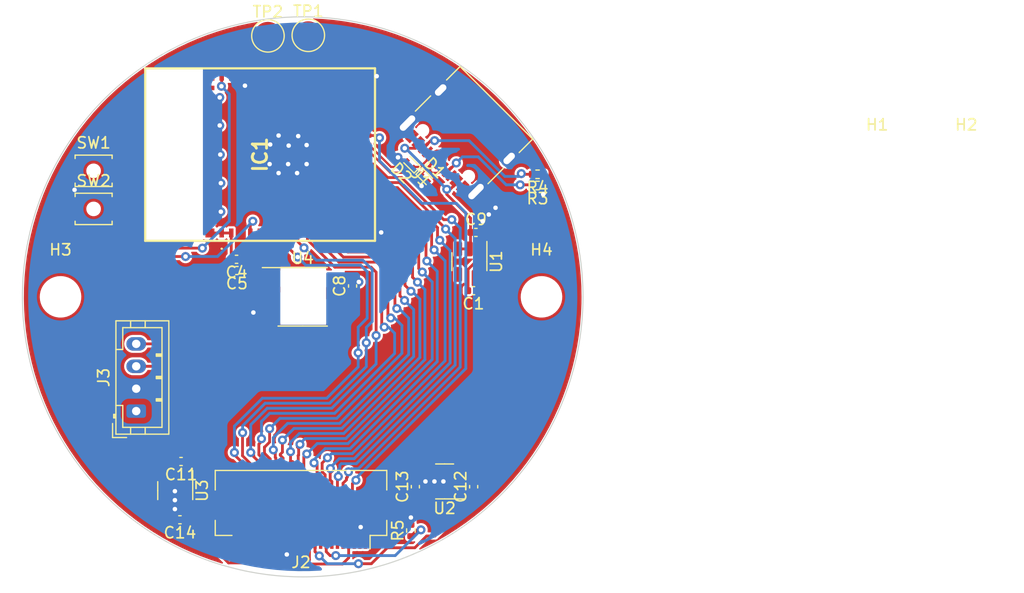
<source format=kicad_pcb>
(kicad_pcb (version 20211014) (generator pcbnew)
  (layers (0 "F.Cu" signal) (31 "B.Cu" signal) (34 "B.Paste" user) (35 "F.Paste" user) (36 "B.SilkS" user "B.Silkscreen") (37 "F.SilkS" user "F.Silkscreen") (38 "B.Mask" user) (39 "F.Mask" user) (44 "Edge.Cuts" user))
  (net 0 "")
  (net 1 "/MCU/IO47")
  (net 2 "+3.3V")
  (net 3 "GND")
  (net 4 "+5V")
  (net 5 "+1V5")
  (net 6 "+2V8")
  (net 7 "/MCU/D_N")
  (net 8 "/MCU/D_P")
  (net 9 "/MCU/RESET")
  (net 10 "/MCU/IO0")
  (net 11 "/Camera/RESET")
  (net 12 "/Camera/PWDN")
  (net 13 "/MCU/IO3")
  (net 14 "/Camera/SDA")
  (net 15 "/Camera/SCL")
  (net 16 "/Camera/VSYNC")
  (net 17 "/Camera/HREF")
  (net 18 "/Camera/Y2")
  (net 19 "/Camera/Y3")
  (net 20 "/Camera/Y4")
  (net 21 "/Camera/Y5")
  (net 22 "/Camera/Y6")
  (net 23 "/Camera/PCLK")
  (net 24 "/Camera/XCLK")
  (net 25 "/Camera/Y9")
  (net 26 "/Camera/Y8")
  (net 27 "/Camera/Y7")
  (net 28 "/MCU/IO35")
  (net 29 "/MCU/IO36")
  (net 30 "/MCU/IO37")
  (net 31 "/MCU/IO38")
  (net 32 "/MCU/IO39")
  (net 33 "/MCU/IO40")
  (net 34 "/MCU/IO41")
  (net 35 "/MCU/IO42")
  (net 36 "/MCU/IO45")
  (net 37 "/MCU/IO46")
  (net 38 "/MCU/CC1")
  (net 40 "/MCU/CC2")
  (net 45 "/MCU/TX0")
  (net 46 "/MCU/RX0")
  (net 50 "/MCU/IO48")
  (net 51 "/I2C_SCL")
  (net 52 "/I2C_SDA")
  (net 60 "/MCU/IO26")
  (net 61 "/MCU/IO33")
  (net 62 "/MCU/IO34")
  (net 63 "/MCU/IO1")
  (net 64 "/MCU/IO2")
  (footprint "MountingHole:MountingHole_3.2mm_M3" (layer "F.Cu") (at 110.75 37.65)
    (fp_text reference "H4")
    (fp_text value "MountingHole")
  )
  (footprint "Connector_USB:USB_C_Receptacle_XKB_U262-16XN-4BVC11" (layer "F.Cu") (at 104.05 23 135)
    (fp_text reference "J1")
    (fp_text value "USB_C_Receptacle_USB2.0")
  )
  (footprint "Resistor_SMD:R_0402_1005Metric" (layer "F.Cu") (at 99.1 58.51 90)
    (fp_text reference "R5")
    (fp_text value "10K")
  )
  (footprint "Capacitor_SMD:C_0402_1005Metric" (layer "F.Cu") (at 83.55 34.3 180)
    (fp_text reference "C4")
    (fp_text value "0.1uF")
  )
  (footprint "Capacitor_SMD:C_0402_1005Metric" (layer "F.Cu") (at 104.9 31.9)
    (fp_text reference "C9")
    (fp_text value "1uF")
  )
  (footprint "Capacitor_SMD:C_0402_1005Metric" (layer "F.Cu") (at 78.6 52.35 180)
    (fp_text reference "C11")
    (fp_text value "1uF")
  )
  (footprint "TestPoint:TestPoint_Pad_D2.5mm" (layer "F.Cu") (at 89.95 14.3)
    (fp_text reference "TP1")
    (fp_text value "TestPoint")
  )
  (footprint "Resistor_SMD:R_0402_1005Metric" (layer "F.Cu") (at 110.4 27.71 180)
    (fp_text reference "R3")
    (fp_text value "5.1K")
  )
  (footprint "Capacitor_SMD:C_0402_1005Metric" (layer "F.Cu") (at 99.5 54.6 90)
    (fp_text reference "C13")
    (fp_text value "1uF")
  )
  (footprint "Button_Switch_SMD:SW_SPST_B3U-1000P-B" (layer "F.Cu") (at 70.8 29.8)
    (fp_text reference "SW2")
    (fp_text value "SW_SPST")
  )
  (footprint "Connector_FFC-FPC:Hirose_FH12-24S-0.5SH_1x24-1MP_P0.50mm_Horizontal" (layer "F.Cu") (at 89.3 57.65 180)
    (fp_text reference "J2")
    (fp_text value "Conn_01x24_Female")
  )
  (footprint "Package_TO_SOT_SMD:SOT-23-5" (layer "F.Cu") (at 102.11 54.13 180)
    (fp_text reference "U2")
    (fp_text value "TLV713185PDBV")
  )
  (footprint "Package_SO:TSSOP-14_4.4x5mm_P0.65mm" (layer "F.Cu") (at 89.45 37.65)
    (fp_text reference "U4")
    (fp_text value "AS5048B")
  )
  (footprint "MountingHole:MountingHole_3.2mm_M3" (layer "F.Cu") (at 140.69 26.49)
    (fp_text reference "H1")
    (fp_text value "MountingHole")
  )
  (footprint "Capacitor_SMD:C_0402_1005Metric" (layer "F.Cu") (at 104.68 37.1 180)
    (fp_text reference "C1")
    (fp_text value "1uF")
  )
  (footprint "Capacitor_SMD:C_0402_1005Metric" (layer "F.Cu") (at 93.9 36.68 90)
    (fp_text reference "C8")
    (fp_text value "1uF")
  )
  (footprint "Capacitor_SMD:C_0402_1005Metric" (layer "F.Cu") (at 83.58 35.3 180)
    (fp_text reference "C5")
    (fp_text value "1uF")
  )
  (footprint "Connector_JST:JST_PH_B4B-PH-K_1x04_P2.00mm_Vertical" (layer "F.Cu") (at 74.6 47.85 90)
    (fp_text reference "J3")
    (fp_text value "I2C ENCODER")
  )
  (footprint "Resistor_SMD:R_0402_1005Metric" (layer "F.Cu") (at 110.4 26.71 180)
    (fp_text reference "R4")
    (fp_text value "5.1K")
  )
  (footprint "Package_TO_SOT_SMD:SOT-23-5" (layer "F.Cu") (at 78.08 54.95 -90)
    (fp_text reference "U3")
    (fp_text value "MIC5504-2.8YM5")
  )
  (footprint "Capacitor_SMD:C_0402_1005Metric" (layer "F.Cu") (at 78.5 57.55 180)
    (fp_text reference "C14")
    (fp_text value "1uF")
  )
  (footprint "Capacitor_SMD:C_0402_1005Metric" (layer "F.Cu") (at 104.7 54.6 90)
    (fp_text reference "C12")
    (fp_text value "1uF")
  )
  (footprint "Button_Switch_SMD:SW_SPST_B3U-1000P-B" (layer "F.Cu") (at 70.8 26.4)
    (fp_text reference "SW1")
    (fp_text value "SW_SPST")
  )
  (footprint "Package_TO_SOT_SMD:TSOT-23-5" (layer "F.Cu") (at 104.32 34.51 -90)
    (fp_text reference "U1")
    (fp_text value "ADP7182AUJZ-3.3")
  )
  (footprint "Diode_SMD:D_SOD-923" (layer "F.Cu") (at 99.103015 25.753015 135)
    (fp_text reference "D2")
    (fp_text value "SZESD9B5.0ST5G")
  )
  (footprint "Diode_SMD:D_SOD-923" (layer "F.Cu") (at 100.396985 26.996985 -45)
    (fp_text reference "D1")
    (fp_text value "SZESD9B5.0ST5G")
  )
  (footprint "MountingHole:MountingHole_3.2mm_M3" (layer "F.Cu") (at 148.64 26.49)
    (fp_text reference "H2")
    (fp_text value "MountingHole")
  )
  (footprint "TestPoint:TestPoint_Pad_D2.5mm" (layer "F.Cu") (at 86.35 14.35)
    (fp_text reference "TP2")
    (fp_text value "TestPoint")
  )
  (footprint "ESP32-s3-wroom-mini:ESP32S3MINI1N8" (layer "F.Cu") (at 85.65 24.95 90)
    (fp_text reference "IC1")
    (fp_text value "ESP32-S3-MINI-1-N8" hide)
  )
  (footprint "MountingHole:MountingHole_3.2mm_M3" (layer "F.Cu") (at 67.85 37.65)
    (fp_text reference "H3")
    (fp_text value "MountingHole")
  )
  (gr_circle (center 89.45 37.65) (end 114.45 37.65) (layer "Edge.Cuts") (width 0.1) (fill none))
  (segment (start 84.06 34.33) (end 84.03 34.3) (width 0.25) (layer "F.Cu") (net 2))
  (segment (start 83.925 32.675) (end 83.925 31.95) (width 0.25) (layer "F.Cu") (net 2))
  (segment (start 84.06 35.3) (end 84.06 34.33) (width 0.25) (layer "F.Cu") (net 2))
  (segment (start 84.03 34.3) (end 84.03 32.78) (width 0.25) (layer "F.Cu") (net 2))
  (segment (start 84.03 32.78) (end 83.925 32.675) (width 0.25) (layer "F.Cu") (net 2))
  (segment (start 92.3125 37) (end 92.3125 37.65) (width 0.25) (layer "F.Cu") (net 2))
  (segment (start 83.925 17.95) (end 84.3 17.95) (width 0.25) (layer "F.Cu") (net 3))
  (segment (start 104.65 54.2) (end 102.07 54.2) (width 0.25) (layer "F.Cu") (net 3))
  (segment (start 78.02 57.55) (end 78.02 56.63) (width 0.25) (layer "F.Cu") (net 3))
  (segment (start 110.91 27.71) (end 110.91 28.49) (width 0.25) (layer "F.Cu") (net 3))
  (segment (start 81.175 30.05) (end 82.15 30.05) (width 0.25) (layer "F.Cu") (net 3))
  (segment (start 88.175 24.175) (end 88.2 24.15) (width 0.25) (layer "F.Cu") (net 3))
  (segment (start 95.175 31.95) (end 96.4 31.95) (width 0.25) (layer "F.Cu") (net 3))
  (segment (start 86.525 25.775) (end 86.5 25.8) (width 0.25) (layer "F.Cu") (net 3))
  (segment (start 84.3 17.95) (end 84.3 18.8) (width 0.25) (layer "F.Cu") (net 3))
  (segment (start 92.3125 36.35) (end 93.75 36.35) (width 0.25) (layer "F.Cu") (net 3))
  (segment (start 89.825 23.3) (end 89.05 23.3) (width 0.25) (layer "F.Cu") (net 3))
  (segment (start 104.622757 27.96389) (end 104.909135 28.250268) (width 0.25) (layer "F.Cu") (net 3))
  (segment (start 110.91 26.71) (end 110.91 27.71) (width 0.25) (layer "F.Cu") (net 3))
  (segment (start 88.175 25.775) (end 88.15 25.8) (width 0.25) (layer "F.Cu") (net 3))
  (segment (start 105.27 34.13) (end 105.27 33.3725) (width 0.25) (layer "F.Cu") (net 3))
  (segment (start 86.5875 37.65) (end 85.898959 37.65) (width 0.25) (layer "F.Cu") (net 3))
  (segment (start 87.35 23.3) (end 87.3 23.25) (width 0.25) (layer "F.Cu") (net 3))
  (segment (start 84.3 17.95) (end 84.775 17.95) (width 0.25) (layer "F.Cu") (net 3))
  (segment (start 81.175 24.95) (end 82.1 24.95) (width 0.25) (layer "F.Cu") (net 3))
  (segment (start 99.45 54.1) (end 100.37 54.1) (width 0.25) (layer "F.Cu") (net 3))
  (segment (start 89.825 24.95) (end 89.825 25.775) (width 0.25) (layer "F.Cu") (net 3))
  (segment (start 81.175 27.5) (end 82.15 27.5) (width 0.25) (layer "F.Cu") (net 3))
  (segment (start 83.07 35.27) (end 83.1 35.3) (width 0.25) (layer "F.Cu") (net 3))
  (segment (start 94.55 59.5) (end 94.55 58.277086) (width 0.25) (layer "F.Cu") (net 3))
  (segment (start 104.2 35.2) (end 105.27 34.13) (width 0.25) (layer "F.Cu") (net 3))
  (segment (start 89.825 24.95) (end 89.825 24.125) (width 0.25) (layer "F.Cu") (net 3))
  (segment (start 105.27 32.01) (end 105.38 31.9) (width 0.25) (layer "F.Cu") (net 3))
  (segment (start 105.5 30.9) (end 105.5 30.85) (width 0.25) (layer "F.Cu") (net 3))
  (segment (start 93.9 36.2) (end 94.340766 36.2) (width 0.25) (layer "F.Cu") (net 3))
  (segment (start 98.80603 25.45603) (end 98.20603 25.45603) (width 0.25) (layer "F.Cu") (net 3))
  (segment (start 100.37 54.1) (end 100.4 54.13) (width 0.25) (layer "F.Cu") (net 3))
  (segment (start 100.50603 27.29397) (end 100.05 27.75) (width 0.25) (layer "F.Cu") (net 3))
  (segment (start 106.05 30.3) (end 106.65 29.7) (width 0.25) (layer "F.Cu") (net 3))
  (segment (start 88.175 23.3) (end 87.35 23.3) (width 0.25) (layer "F.Cu") (net 3))
  (segment (start 94.340766 36.2) (end 94.459218 36.318452) (width 0.25) (layer "F.Cu") (net 3))
  (segment (start 105.5 30.85) (end 106.05 30.3) (width 0.25) (layer "F.Cu") (net 3))
  (segment (start 85.05 38.498959) (end 85.05 39.05) (width 0.25) (layer "F.Cu") (net 3))
  (segment (start 88.05 60.63136) (end 88.032544 60.648816) (width 0.25) (layer "F.Cu") (net 3))
  (segment (start 100.69397 27.29397) (end 100.50603 27.29397) (width 0.25) (layer "F.Cu") (net 3))
  (segment (start 89.825 24.125) (end 89.8 24.1) (width 0.25) (layer "F.Cu") (net 3))
  (segment (start 110.91 28.49) (end 110.9 28.5) (width 0.25) (layer "F.Cu") (net 3))
  (segment (start 81.175 19.85) (end 82.05 19.85) (width 0.25) (layer "F.Cu") (net 3))
  (segment (start 105.38 31.02) (end 105.5 30.9) (width 0.25) (layer "F.Cu") (net 3))
  (segment (start 99.1 58) (end 99.1 57.35) (width 0.25) (layer "F.Cu") (net 3))
  (segment (start 99.08611 22.427243) (end 98.799732 22.140865) (width 0.25) (layer "F.Cu") (net 3))
  (segment (start 78.12 52.35) (end 78.12 54.93) (width 0.25) (layer "F.Cu") (net 3))
  (segment (start 86.525 26.6) (end 87.3 26.6) (width 0.25) (layer "F.Cu") (net 3))
  (segment (start 83.075 31.95) (end 83.075 34.295) (width 0.25) (layer "F.Cu") (net 3))
  (segment (start 98.20603 25.45603) (end 97.95 25.2) (width 0.25) (layer "F.Cu") (net 3))
  (segment (start 78.02 56.63) (end 78.05 56.6) (width 0.25) (layer "F.Cu") (net 3))
  (segment (start 105.27 33.3725) (end 105.27 32.01) (width 0.25) (layer "F.Cu") (net 3))
  (segment (start 78.05 56.6) (end 78.05 55.8) (width 0.25) (layer "F.Cu") (net 3))
  (segment (start 104.2 37.1) (end 104.2 35.2) (width 0.25) (layer "F.Cu") (net 3))
  (segment (start 95.175 17.95) (end 96.05 17.95) (width 0.25) (layer "F.Cu") (net 3))
  (segment (start 100.4 54.13) (end 101.2 54.13) (width 0.25) (layer "F.Cu") (net 3))
  (segment (start 86.525 23.3) (end 86.525 24.025) (width 0.25) (layer "F.Cu") (net 3))
  (segment (start 69.1 26.4) (end 69.1 28.1) (width 0.25) (layer "F.Cu") (net 3))
  (segment (start 86.525 24.95) (end 86.525 25.775) (width 0.25) (layer "F.Cu") (net 3))
  (segment (start 81.175 31.95) (end 83.075 31.95) (width 0.25) (layer "F.Cu") (net 3))
  (segment (start 78.05 55.8) (end 78.05 55) (width 0.25) (layer "F.Cu") (net 3))
  (segment (start 105.38 31.9) (end 105.38 31.02) (width 0.25) (layer "F.Cu") (net 3))
  (segment (start 69.1 29.8) (end 69.1 28.1) (width 0.25) (layer "F.Cu") (net 3))
  (segment (start 88.175 24.95) (end 88.175 24.175) (width 0.25) (layer "F.Cu") (net 3))
  (segment (start 86.525 24.025) (end 86.55 24.05) (width 0.25) (layer "F.Cu") (net 3))
  (segment (start 102.07 54.2) (end 102 54.13) (width 0.25) (layer "F.Cu") (net 3))
  (segment (start 85.898959 37.65) (end 85.05 38.498959) (width 0.25) (layer "F.Cu") (net 3))
  (segment (start 94.55 58.277086) (end 94.621886 58.2052) (width 0.25) (layer "F.Cu") (net 3))
  (segment (start 83.075 34.295) (end 83.07 34.3) (width 0.25) (layer "F.Cu") (net 3))
  (segment (start 81.175 17.95) (end 81.175 31.95) (width 0.25) (layer "F.Cu") (net 3))
  (segment (start 88.05 59.5) (end 88.05 60.63136) (width 0.25) (layer "F.Cu") (net 3))
  (segment (start 96.4 31.95) (end 96.45 31.9) (width 0.25) (layer "F.Cu") (net 3))
  (segment (start 82 22.4) (end 82.05 22.35) (width 0.25) (layer "F.Cu") (net 3))
  (segment (start 81.175 22.4) (end 82 22.4) (width 0.25) (layer "F.Cu") (net 3))
  (segment (start 99.08611 23.226274) (end 99.08611 22.427243) (width 0.25) (layer "F.Cu") (net 3))
  (segment (start 89.825 25.775) (end 89.8 25.8) (width 0.25) (layer "F.Cu") (net 3))
  (segment (start 93.75 36.35) (end 93.9 36.2) (width 0.25) (layer "F.Cu") (net 3))
  (segment (start 101.2 54.13) (end 102 54.13) (width 0.25) (layer "F.Cu") (net 3))
  (segment (start 103.823726 27.96389) (end 104.622757 27.96389) (width 0.25) (layer "F.Cu") (net 3))
  (segment (start 88.175 24.95) (end 88.175 25.775) (width 0.25) (layer "F.Cu") (net 3))
  (segment (start 78.12 54.93) (end 78.05 55) (width 0.25) (layer "F.Cu") (net 3))
  (segment (start 88.175 26.6) (end 88.95 26.6) (width 0.25) (layer "F.Cu") (net 3))
  (segment (start 83.07 34.3) (end 83.07 35.27) (width 0.25) (layer "F.Cu") (net 3))
  (via (at 82.05 22.35) (size 0.8) (drill 0.4) (layers "F.Cu" "B.Cu") (net 3))
  (via (at 69.1 28.1) (size 0.8) (drill 0.4) (layers "F.Cu" "B.Cu") (net 3))
  (via (at 96.05 17.95) (size 0.8) (drill 0.4) (layers "F.Cu" "B.Cu") (net 3))
  (via (at 88.2 24.15) (size 0.8) (drill 0.4) (layers "F.Cu" "B.Cu") (net 3))
  (via (at 100.05 27.75) (size 0.8) (drill 0.4) (layers "F.Cu" "B.Cu") (net 3))
  (via (at 88.15 25.8) (size 0.8) (drill 0.4) (layers "F.Cu" "B.Cu") (net 3))
  (via (at 94.459218 36.318452) (size 0.8) (drill 0.4) (layers "F.Cu" "B.Cu") (net 3))
  (via (at 87.3 26.6) (size 0.8) (drill 0.4) (layers "F.Cu" "B.Cu") (net 3))
  (via (at 89.8 25.8) (size 0.8) (drill 0.4) (layers "F.Cu" "B.Cu") (net 3))
  (via (at 100.4 54.13) (size 0.8) (drill 0.4) (layers "F.Cu" "B.Cu") (net 3))
  (via (at 102 54.13) (size 0.8) (drill 0.4) (layers "F.Cu" "B.Cu") (net 3))
  (via (at 78.05 55) (size 0.8) (drill 0.4) (layers "F.Cu" "B.Cu") (net 3))
  (via (at 89.8 24.1) (size 0.8) (drill 0.4) (layers "F.Cu" "B.Cu") (net 3))
  (via (at 87.3 23.25) (size 0.8) (drill 0.4) (layers "F.Cu" "B.Cu") (net 3))
  (via (at 105.5 30.9) (size 0.8) (drill 0.4) (layers "F.Cu" "B.Cu") (net 3))
  (via (at 84.3 18.8) (size 0.8) (drill 0.4) (layers "F.Cu" "B.Cu") (net 3))
  (via (at 88.95 26.6) (size 0.8) (drill 0.4) (layers "F.Cu" "B.Cu") (net 3))
  (via (at 99.1 57.35) (size 0.8) (drill 0.4) (layers "F.Cu" "B.Cu") (net 3))
  (via (at 85.05 39.05) (size 0.8) (drill 0.4) (layers "F.Cu" "B.Cu") (net 3))
  (via (at 106.05 30.3) (size 0.8) (drill 0.4) (layers "F.Cu" "B.Cu") (net 3))
  (via (at 89.05 23.3) (size 0.8) (drill 0.4) (layers "F.Cu" "B.Cu") (net 3))
  (via (at 82.15 30.05) (size 0.8) (drill 0.4) (layers "F.Cu" "B.Cu") (net 3))
  (via (at 82.1 24.95) (size 0.8) (drill 0.4) (layers "F.Cu" "B.Cu") (net 3))
  (via (at 101.2 54.13) (size 0.8) (drill 0.4) (layers "F.Cu" "B.Cu") (net 3))
  (via (at 82.15 27.5) (size 0.8) (drill 0.4) (layers "F.Cu" "B.Cu") (net 3))
  (via (at 106.65 29.7) (size 0.8) (drill 0.4) (layers "F.Cu" "B.Cu") (net 3))
  (via (at 96.45 31.9) (size 0.8) (drill 0.4) (layers "F.Cu" "B.Cu") (net 3))
  (via (at 97.95 25.2) (size 0.8) (drill 0.4) (layers "F.Cu" "B.Cu") (net 3))
  (via (at 86.5 25.8) (size 0.8) (drill 0.4) (layers "F.Cu" "B.Cu") (net 3))
  (via (at 78.05 56.6) (size 0.8) (drill 0.4) (layers "F.Cu" "B.Cu") (net 3))
  (via (at 78.05 55.8) (size 0.8) (drill 0.4) (layers "F.Cu" "B.Cu") (net 3))
  (via (at 88.032544 60.648816) (size 0.8) (drill 0.4) (layers "F.Cu" "B.Cu") (net 3))
  (via (at 110.9 28.5) (size 0.8) (drill 0.4) (layers "F.Cu" "B.Cu") (net 3))
  (via (at 82.05 19.85) (size 0.8) (drill 0.4) (layers "F.Cu" "B.Cu") (net 3))
  (via (at 86.55 24.05) (size 0.8) (drill 0.4) (layers "F.Cu" "B.Cu") (net 3))
  (via (at 94.621886 58.2052) (size 0.8) (drill 0.4) (layers "F.Cu" "B.Cu") (net 3))
  (segment (start 102.3 28.05) (end 102.606244 28.05) (width 0.25) (layer "F.Cu") (net 4))
  (segment (start 104.42 31.9) (end 104.42 33.2725) (width 0.25) (layer "F.Cu") (net 4))
  (segment (start 99.863928 24.004092) (end 99.485239 24.382781) (width 0.25) (layer "F.Cu") (net 4))
  (segment (start 102.606244 28.05) (end 103.25804 27.398204) (width 0.25) (layer "F.Cu") (net 4))
  (segment (start 99.485239 24.382781) (end 98.55246 24.382781) (width 0.25) (layer "F.Cu") (net 4))
  (segment (start 104.42 33.2725) (end 104.32 33.3725) (width 0.25) (layer "F.Cu") (net 4))
  (segment (start 104.42 30.62) (end 104.42 31.9) (width 0.25) (layer "F.Cu") (net 4))
  (segment (start 102.3 28.5) (end 104.42 30.62) (width 0.25) (layer "F.Cu") (net 4))
  (segment (start 102.3 28.05) (end 102.3 28.5) (width 0.25) (layer "F.Cu") (net 4))
  (segment (start 103.37 33.3725) (end 104.32 33.3725) (width 0.25) (layer "F.Cu") (net 4))
  (via (at 102.3 28.05) (size 0.8) (drill 0.4) (layers "F.Cu" "B.Cu") (net 4))
  (via (at 98.55246 24.382781) (size 0.8) (drill 0.4) (layers "F.Cu" "B.Cu") (net 4))
  (segment (start 98.632781 24.382781) (end 98.55246 24.382781) (width 0.25) (layer "B.Cu") (net 4))
  (segment (start 102.3 28.05) (end 98.632781 24.382781) (width 0.25) (layer "B.Cu") (net 4))
  (segment (start 102.35 56.4) (end 102.35 57.9) (width 0.25) (layer "F.Cu") (net 5))
  (segment (start 95.575998 61.474002) (end 94.423859 61.474002) (width 0.25) (layer "F.Cu") (net 5))
  (segment (start 101.03 55.08) (end 102.35 56.4) (width 0.25) (layer "F.Cu") (net 5))
  (segment (start 99.453255 60.05) (end 97 60.05) (width 0.25) (layer "F.Cu") (net 5))
  (segment (start 100.9725 55.08) (end 101.03 55.08) (width 0.25) (layer "F.Cu") (net 5))
  (segment (start 102.35 57.9) (end 101.25 59) (width 0.25) (layer "F.Cu") (net 5))
  (segment (start 90.55 60.39562) (end 90.931211 60.776831) (width 0.25) (layer "F.Cu") (net 5))
  (segment (start 100.503255 59) (end 99.453255 60.05) (width 0.25) (layer "F.Cu") (net 5))
  (segment (start 99.5 55.08) (end 100.9725 55.08) (width 0.25) (layer "F.Cu") (net 5))
  (segment (start 101.25 59) (end 100.503255 59) (width 0.25) (layer "F.Cu") (net 5))
  (segment (start 90.55 59.5) (end 90.55 60.39562) (width 0.25) (layer "F.Cu") (net 5))
  (segment (start 97 60.05) (end 95.575998 61.474002) (width 0.25) (layer "F.Cu") (net 5))
  (via (at 94.423859 61.474002) (size 0.8) (drill 0.4) (layers "F.Cu" "B.Cu") (net 5))
  (via (at 90.931211 60.776831) (size 0.8) (drill 0.4) (layers "F.Cu" "B.Cu") (net 5))
  (segment (start 90.931211 60.776831) (end 91.628382 61.474002) (width 0.25) (layer "B.Cu") (net 5))
  (segment (start 91.628382 61.474002) (end 94.423859 61.474002) (width 0.25) (layer "B.Cu") (net 5))
  (segment (start 79.03 57.5) (end 78.98 57.55) (width 0.25) (layer "F.Cu") (net 6))
  (segment (start 82.83 61.4) (end 89.8 61.4) (width 0.25) (layer "F.Cu") (net 6))
  (segment (start 90.05 61.15) (end 90.05 59.5) (width 0.25) (layer "F.Cu") (net 6))
  (segment (start 79.03 56.0875) (end 79.03 57.5) (width 0.25) (layer "F.Cu") (net 6))
  (segment (start 89.901331 61.501331) (end 92.998669 61.501331) (width 0.25) (layer "F.Cu") (net 6))
  (segment (start 78.98 57.55) (end 82.83 61.4) (width 0.25) (layer "F.Cu") (net 6))
  (segment (start 93.55 60.95) (end 93.55 59.5) (width 0.25) (layer "F.Cu") (net 6))
  (segment (start 92.998669 61.501331) (end 93.55 60.95) (width 0.25) (layer "F.Cu") (net 6))
  (segment (start 89.8 61.4) (end 89.901331 61.501331) (width 0.25) (layer "F.Cu") (net 6))
  (segment (start 89.8 61.4) (end 90.05 61.15) (width 0.25) (layer "F.Cu") (net 6))
  (segment (start 100.819043 25.877403) (end 100.819043 26.419043) (width 0.2) (layer "F.Cu") (net 7))
  (segment (start 100.825 26.425) (end 100.984511 26.584511) (width 0.2) (layer "F.Cu") (net 7))
  (segment (start 100.819043 26.419043) (end 100.825 26.425) (width 0.2) (layer "F.Cu") (net 7))
  (segment (start 101.526149 26.584511) (end 101.985248 26.125412) (width 0.2) (layer "F.Cu") (net 7))
  (segment (start 101.278141 25.418305) (end 100.819043 25.877403) (width 0.2) (layer "F.Cu") (net 7))
  (segment (start 95.65387 24.95) (end 97.27659 26.57272) (width 0.2) (layer "F.Cu") (net 7))
  (segment (start 101.278141 25.418305) (end 100.548223 26.148223) (width 0.2) (layer "F.Cu") (net 7))
  (segment (start 100.1 26.596446) (end 100.1 26.7) (width 0.2) (layer "F.Cu") (net 7))
  (segment (start 100.984511 26.584511) (end 101.526149 26.584511) (width 0.2) (layer "F.Cu") (net 7))
  (segment (start 100.548223 26.148223) (end 100.1 26.596446) (width 0.2) (layer "F.Cu") (net 7))
  (segment (start 97.27659 26.57272) (end 99.97272 26.57272) (width 0.2) (layer "F.Cu") (net 7))
  (segment (start 99.97272 26.57272) (end 100.1 26.7) (width 0.2) (layer "F.Cu") (net 7))
  (segment (start 95.175 24.95) (end 95.65387 24.95) (width 0.2) (layer "F.Cu") (net 7))
  (segment (start 101.383687 24.605653) (end 101.702925 24.605653) (width 0.2) (layer "F.Cu") (net 8))
  (segment (start 100.924588 25.064752) (end 99.93934 26.05) (width 0.2) (layer "F.Cu") (net 8))
  (segment (start 101.702925 24.605653) (end 102.090793 24.993521) (width 0.2) (layer "F.Cu") (net 8))
  (segment (start 95.175 24.1) (end 95.375 24.1) (width 0.2) (layer "F.Cu") (net 8))
  (segment (start 95.375 24.1) (end 97.325 26.05) (width 0.2) (layer "F.Cu") (net 8))
  (segment (start 100.924588 25.064752) (end 100.924588 25.023311) (width 0.2) (layer "F.Cu") (net 8))
  (segment (start 97.325 26.05) (end 99.4 26.05) (width 0.2) (layer "F.Cu") (net 8))
  (segment (start 102.090793 25.312761) (end 101.631695 25.771859) (width 0.2) (layer "F.Cu") (net 8))
  (segment (start 100.924588 25.064752) (end 101.383687 24.605653) (width 0.2) (layer "F.Cu") (net 8))
  (segment (start 102.090793 24.993521) (end 102.090793 25.312761) (width 0.2) (layer "F.Cu") (net 8))
  (segment (start 99.93934 26.05) (end 99.4 26.05) (width 0.2) (layer "F.Cu") (net 8))
  (segment (start 73.65 26.4) (end 74.05 26.8) (width 0.25) (layer "F.Cu") (net 9))
  (segment (start 72.5 26.4) (end 73.65 26.4) (width 0.25) (layer "F.Cu") (net 9))
  (segment (start 82.225 18.825) (end 82.2 18.85) (width 0.25) (layer "F.Cu") (net 9))
  (segment (start 82.225 17.95) (end 82.225 18.825) (width 0.25) (layer "F.Cu") (net 9))
  (segment (start 75.4 33.3) (end 80.5 33.3) (width 0.25) (layer "F.Cu") (net 9))
  (segment (start 74.05 26.8) (end 75.05 27.8) (width 0.25) (layer "F.Cu") (net 9))
  (segment (start 75.05 32.95) (end 75.4 33.3) (width 0.25) (layer "F.Cu") (net 9))
  (segment (start 75.05 27.8) (end 75.05 32.95) (width 0.25) (layer "F.Cu") (net 9))
  (via (at 82.2 18.85) (size 0.8) (drill 0.4) (layers "F.Cu" "B.Cu") (net 9))
  (via (at 80.5 33.3) (size 0.8) (drill 0.4) (layers "F.Cu" "B.Cu") (net 9))
  (segment (start 82.9 30.9) (end 82.9 19.55) (width 0.25) (layer "B.Cu") (net 9))
  (segment (start 82.9 19.55) (end 82.2 18.85) (width 0.25) (layer "B.Cu") (net 9))
  (segment (start 80.5 33.3) (end 82.9 30.9) (width 0.25) (layer "B.Cu") (net 9))
  (segment (start 84.775 31.95) (end 84.775 31.125) (width 0.25) (layer "F.Cu") (net 10))
  (segment (start 74.55 33.55) (end 74.5 33.6) (width 0.25) (layer "F.Cu") (net 10))
  (segment (start 74.95 34.05) (end 79 34.05) (width 0.25) (layer "F.Cu") (net 10))
  (segment (start 74.55 30.9) (end 74.55 33.55) (width 0.25) (layer "F.Cu") (net 10))
  (segment (start 84.775 31.125) (end 85 30.9) (width 0.25) (layer "F.Cu") (net 10))
  (segment (start 73.45 29.8) (end 74.55 30.9) (width 0.25) (layer "F.Cu") (net 10))
  (segment (start 74.5 33.6) (end 74.95 34.05) (width 0.25) (layer "F.Cu") (net 10))
  (segment (start 72.5 29.8) (end 73.45 29.8) (width 0.25) (layer "F.Cu") (net 10))
  (via (at 79 34.05) (size 0.8) (drill 0.4) (layers "F.Cu" "B.Cu") (net 10))
  (via (at 85 30.9) (size 0.8) (drill 0.4) (layers "F.Cu" "B.Cu") (net 10))
  (segment (start 79 34.05) (end 81.85 34.05) (width 0.25) (layer "B.Cu") (net 10))
  (segment (start 81.85 34.05) (end 85 30.9) (width 0.25) (layer "B.Cu") (net 10))
  (segment (start 95.175 26.65) (end 95.93569 26.65) (width 0.25) (layer "F.Cu") (net 11))
  (segment (start 102.2 31.56431) (end 102.2 31.6) (width 0.25) (layer "F.Cu") (net 11))
  (segment (start 92.55 59.5) (end 92.55 53.765538) (width 0.25) (layer "F.Cu") (net 11))
  (segment (start 96.73569 27.45) (end 98.08569 27.45) (width 0.25) (layer "F.Cu") (net 11))
  (segment (start 95.93569 26.65) (end 96.73569 27.45) (width 0.25) (layer "F.Cu") (net 11))
  (segment (start 98.08569 27.45) (end 102.2 31.56431) (width 0.25) (layer "F.Cu") (net 11))
  (segment (start 92.55 53.765538) (end 92.62621 53.689328) (width 0.25) (layer "F.Cu") (net 11))
  (via (at 92.62621 53.689328) (size 0.8) (drill 0.4) (layers "F.Cu" "B.Cu") (net 11))
  (via (at 102.2 31.6) (size 0.8) (drill 0.4) (layers "F.Cu" "B.Cu") (net 11))
  (segment (start 92.892965 52.547006) (end 92.760883 52.679088) (width 0.25) (layer "B.Cu") (net 11))
  (segment (start 92.634194 53.336049) (end 92.62621 53.344033) (width 0.25) (layer "B.Cu") (net 11))
  (segment (start 103.05 43.72862) (end 94.231614 52.547006) (width 0.25) (layer "B.Cu") (net 11))
  (segment (start 102.2 31.6) (end 103.05 32.45) (width 0.25) (layer "B.Cu") (net 11))
  (segment (start 92.760883 52.987876) (end 92.634194 53.114565) (width 0.25) (layer "B.Cu") (net 11))
  (segment (start 103.05 32.45) (end 103.05 43.72862) (width 0.25) (layer "B.Cu") (net 11))
  (segment (start 92.760883 52.679088) (end 92.760883 52.987876) (width 0.25) (layer "B.Cu") (net 11))
  (segment (start 94.231614 52.547006) (end 92.892965 52.547006) (width 0.25) (layer "B.Cu") (net 11))
  (segment (start 92.62621 53.344033) (end 92.62621 53.689328) (width 0.25) (layer "B.Cu") (net 11))
  (segment (start 92.634194 53.114565) (end 92.634194 53.336049) (width 0.25) (layer "B.Cu") (net 11))
  (segment (start 91.899502 60.749502) (end 92.4 60.749502) (width 0.25) (layer "F.Cu") (net 12))
  (segment (start 100.949501 33.237979) (end 101.172327 33.460805) (width 0.25) (layer "F.Cu") (net 12))
  (segment (start 91.19786 53.279778) (end 91.19786 53.099551) (width 0.25) (layer "F.Cu") (net 12))
  (segment (start 91.185194 53.086885) (end 91.185194 52.486689) (width 0.25) (layer "F.Cu") (net 12))
  (segment (start 100.949501 31.663811) (end 100.949501 33.237979) (width 0.25) (layer "F.Cu") (net 12))
  (segment (start 91.452209 54.175615) (end 91.452209 53.534127) (width 0.25) (layer "F.Cu") (net 12))
  (segment (start 91.185194 52.486689) (end 91.656829 52.015054) (width 0.25) (layer "F.Cu") (net 12))
  (segment (start 91.452209 53.534127) (end 91.19786 53.279778) (width 0.25) (layer "F.Cu") (net 12))
  (segment (start 91.55 54.273406) (end 91.452209 54.175615) (width 0.25) (layer "F.Cu") (net 12))
  (segment (start 91.55 59.5) (end 91.55 60.4) (width 0.25) (layer "F.Cu") (net 12))
  (segment (start 100 58.45) (end 99.67 58.45) (width 0.25) (layer "F.Cu") (net 12))
  (segment (start 91.656829 52.015054) (end 91.660633 52.015054) (width 0.25) (layer "F.Cu") (net 12))
  (segment (start 95.175 28.35) (end 97.63569 28.35) (width 0.25) (layer "F.Cu") (net 12))
  (segment (start 91.55 59.45) (end 91.55 54.273406) (width 0.25) (layer "F.Cu") (net 12))
  (segment (start 91.19786 53.099551) (end 91.185194 53.086885) (width 0.25) (layer "F.Cu") (net 12))
  (segment (start 91.55 60.4) (end 91.899502 60.749502) (width 0.25) (layer "F.Cu") (net 12))
  (segment (start 99.67 58.45) (end 99.1 59.02) (width 0.25) (layer "F.Cu") (net 12))
  (segment (start 97.63569 28.35) (end 100.949501 31.663811) (width 0.25) (layer "F.Cu") (net 12))
  (via (at 100 58.45) (size 0.8) (drill 0.4) (layers "F.Cu" "B.Cu") (net 12))
  (via (at 91.660633 52.015054) (size 0.8) (drill 0.4) (layers "F.Cu" "B.Cu") (net 12))
  (via (at 92.4 60.749502) (size 0.8) (drill 0.4) (layers "F.Cu" "B.Cu") (net 12))
  (via (at 101.172327 33.460805) (size 0.8) (drill 0.4) (layers "F.Cu" "B.Cu") (net 12))
  (segment (start 92.027683 51.648004) (end 91.660633 52.015054) (width 0.25) (layer "B.Cu") (net 12))
  (segment (start 102.15 34.438478) (end 102.15 43.35724) (width 0.25) (layer "B.Cu") (net 12))
  (segment (start 102.15 43.35724) (end 93.859236 51.648004) (width 0.25) (layer "B.Cu") (net 12))
  (segment (start 92.4 60.749502) (end 97.700498 60.749502) (width 0.25) (layer "B.Cu") (net 12))
  (segment (start 97.700498 60.749502) (end 100 58.45) (width 0.25) (layer "B.Cu") (net 12))
  (segment (start 93.859236 51.648004) (end 92.027683 51.648004) (width 0.25) (layer "B.Cu") (net 12))
  (segment (start 101.172327 33.460805) (end 102.15 34.438478) (width 0.25) (layer "B.Cu") (net 12))
  (segment (start 95.175 23.25) (end 96.1 23.25) (width 0.25) (layer "F.Cu") (net 14))
  (segment (start 93.887618 58.487618) (end 93.887618 54.329102) (width 0.25) (layer "F.Cu") (net 14))
  (segment (start 94.05 59.5) (end 94.05 58.65) (width 0.25) (layer "F.Cu") (net 14))
  (segment (start 96.1 23.25) (end 96.3 23.45) (width 0.25) (layer "F.Cu") (net 14))
  (segment (start 93.887618 54.329102) (end 94.197795 54.018925) (width 0.25) (layer "F.Cu") (net 14))
  (segment (start 94.05 58.65) (end 93.887618 58.487618) (width 0.25) (layer "F.Cu") (net 14))
  (via (at 96.3 23.45) (size 0.8) (drill 0.4) (layers "F.Cu" "B.Cu") (net 14))
  (via (at 94.197795 54.018925) (size 0.8) (drill 0.4) (layers "F.Cu" "B.Cu") (net 14))
  (segment (start 100.1 29.3) (end 103.15 29.3) (width 0.25) (layer "B.Cu") (net 14))
  (segment (start 103.15 29.3) (end 104 30.15) (width 0.25) (layer "B.Cu") (net 14))
  (segment (start 104 44.05) (end 94.197795 53.852205) (width 0.25) (layer "B.Cu") (net 14))
  (segment (start 96.3 25.5) (end 100.1 29.3) (width 0.25) (layer "B.Cu") (net 14))
  (segment (start 94.197795 53.852205) (end 94.197795 54.018925) (width 0.25) (layer "B.Cu") (net 14))
  (segment (start 96.3 23.45) (end 96.3 25.5) (width 0.25) (layer "B.Cu") (net 14))
  (segment (start 104 30.15) (end 104 44.05) (width 0.25) (layer "B.Cu") (net 14))
  (segment (start 93.430628 53.749223) (end 93.430628 53.375069) (width 0.25) (layer "F.Cu") (net 15))
  (segment (start 93.430628 53.375069) (end 93.534191 53.271506) (width 0.25) (layer "F.Cu") (net 15))
  (segment (start 93.35071 53.989426) (end 93.35071 53.829141) (width 0.25) (layer "F.Cu") (net 15))
  (segment (start 95.175 25.8) (end 95.825 25.8) (width 0.25) (layer "F.Cu") (net 15))
  (segment (start 93.05 54.290136) (end 93.35071 53.989426) (width 0.25) (layer "F.Cu") (net 15))
  (segment (start 98.271879 27.000499) (end 102.030312 30.758932) (width 0.25) (layer "F.Cu") (net 15))
  (segment (start 102.030312 30.758932) (end 102.746408 30.758932) (width 0.25) (layer "F.Cu") (net 15))
  (segment (start 95.825 25.8) (end 97.025499 27.000499) (width 0.25) (layer "F.Cu") (net 15))
  (segment (start 97.025499 27.000499) (end 98.271879 27.000499) (width 0.25) (layer "F.Cu") (net 15))
  (segment (start 93.05 59.5) (end 93.05 54.290136) (width 0.25) (layer "F.Cu") (net 15))
  (segment (start 93.35071 53.829141) (end 93.430628 53.749223) (width 0.25) (layer "F.Cu") (net 15))
  (via (at 102.746408 30.758932) (size 0.8) (drill 0.4) (layers "F.Cu" "B.Cu") (net 15))
  (via (at 93.534191 53.271506) (size 0.8) (drill 0.4) (layers "F.Cu" "B.Cu") (net 15))
  (segment (start 103.5 43.91431) (end 94.417803 52.996507) (width 0.25) (layer "B.Cu") (net 15))
  (segment (start 93.80919 52.996507) (end 93.534191 53.271506) (width 0.25) (layer "B.Cu") (net 15))
  (segment (start 103.5 31.512524) (end 103.5 43.91431) (width 0.25) (layer "B.Cu") (net 15))
  (segment (start 94.417803 52.996507) (end 93.80919 52.996507) (width 0.25) (layer "B.Cu") (net 15))
  (segment (start 102.746408 30.758932) (end 103.5 31.512524) (width 0.25) (layer "B.Cu") (net 15))
  (segment (start 97.9 27.9) (end 101.4755 31.4755) (width 0.25) (layer "F.Cu") (net 16))
  (segment (start 101.4755 32.397822) (end 101.674001 32.596323) (width 0.25) (layer "F.Cu") (net 16))
  (segment (start 92.05 53.10732) (end 91.92236 52.97968) (width 0.25) (layer "F.Cu") (net 16))
  (segment (start 91.90171 53.38923) (end 92.05 53.24094) (width 0.25) (layer "F.Cu") (net 16))
  (segment (start 91.90171 53.989426) (end 91.90171 53.38923) (width 0.25) (layer "F.Cu") (net 16))
  (segment (start 96.15 27.5) (end 96.55 27.9) (width 0.25) (layer "F.Cu") (net 16))
  (segment (start 92.05 59.5) (end 92.05 54.137716) (width 0.25) (layer "F.Cu") (net 16))
  (segment (start 92.05 54.137716) (end 91.90171 53.989426) (width 0.25) (layer "F.Cu") (net 16))
  (segment (start 96.55 27.9) (end 97.9 27.9) (width 0.25) (layer "F.Cu") (net 16))
  (segment (start 92.05 53.24094) (end 92.05 53.10732) (width 0.25) (layer "F.Cu") (net 16))
  (segment (start 101.4755 31.4755) (end 101.4755 32.397822) (width 0.25) (layer "F.Cu") (net 16))
  (segment (start 95.175 27.5) (end 96.15 27.5) (width 0.25) (layer "F.Cu") (net 16))
  (via (at 101.674001 32.596323) (size 0.8) (drill 0.4) (layers "F.Cu" "B.Cu") (net 16))
  (via (at 91.92236 52.97968) (size 0.8) (drill 0.4) (layers "F.Cu" "B.Cu") (net 16))
  (segment (start 102.599501 33.521823) (end 102.599501 43.543429) (width 0.25) (layer "B.Cu") (net 16))
  (segment (start 101.674001 32.596323) (end 102.599501 33.521823) (width 0.25) (layer "B.Cu") (net 16))
  (segment (start 91.92236 52.881921) (end 91.92236 52.97968) (width 0.25) (layer "B.Cu") (net 16))
  (segment (start 92.706776 52.097505) (end 91.92236 52.881921) (width 0.25) (layer "B.Cu") (net 16))
  (segment (start 102.599501 43.543429) (end 94.045425 52.097505) (width 0.25) (layer "B.Cu") (net 16))
  (segment (start 94.045425 52.097505) (end 92.706776 52.097505) (width 0.25) (layer "B.Cu") (net 16))
  (segment (start 91.05 59.45) (end 91.05 54.409096) (width 0.25) (layer "F.Cu") (net 17))
  (segment (start 100.447827 34.373327) (end 100.5245 34.45) (width 0.25) (layer "F.Cu") (net 17))
  (segment (start 91.05 54.409096) (end 91.002708 54.361804) (width 0.25) (layer "F.Cu") (net 17))
  (segment (start 97.85 29.2) (end 100.447827 31.797827) (width 0.25) (layer "F.Cu") (net 17))
  (segment (start 90.748359 53.28574) (end 90.735693 53.273074) (width 0.25) (layer "F.Cu") (net 17))
  (segment (start 91.002708 54.361804) (end 91.002708 53.720316) (width 0.25) (layer "F.Cu") (net 17))
  (segment (start 100.447827 31.797827) (end 100.447827 34.373327) (width 0.25) (layer "F.Cu") (net 17))
  (segment (start 90.748359 53.465967) (end 90.748359 53.28574) (width 0.25) (layer "F.Cu") (net 17))
  (segment (start 90.735693 53.273074) (end 90.735693 52.469588) (width 0.25) (layer "F.Cu") (net 17))
  (segment (start 95.175 29.2) (end 97.85 29.2) (width 0.25) (layer "F.Cu") (net 17))
  (segment (start 91.002708 53.720316) (end 90.748359 53.465967) (width 0.25) (layer "F.Cu") (net 17))
  (segment (start 90.735693 52.469588) (end 90.460895 52.469588) (width 0.25) (layer "F.Cu") (net 17))
  (via (at 90.460895 52.469588) (size 0.8) (drill 0.4) (layers "F.Cu" "B.Cu") (net 17))
  (via (at 100.5245 34.45) (size 0.8) (drill 0.4) (layers "F.Cu" "B.Cu") (net 17))
  (segment (start 90.460895 52.190194) (end 90.460895 52.469588) (width 0.25) (layer "B.Cu") (net 17))
  (segment (start 101.449501 35.375001) (end 101.449501 43.422049) (width 0.25) (layer "B.Cu") (net 17))
  (segment (start 101.449501 43.422049) (end 93.673047 51.198503) (width 0.25) (layer "B.Cu") (net 17))
  (segment (start 91.452586 51.198503) (end 90.460895 52.190194) (width 0.25) (layer "B.Cu") (net 17))
  (segment (start 93.673047 51.198503) (end 91.452586 51.198503) (width 0.25) (layer "B.Cu") (net 17))
  (segment (start 100.5245 34.45) (end 101.449501 35.375001) (width 0.25) (layer "B.Cu") (net 17))
  (segment (start 90.725 32.6) (end 92.675499 34.550499) (width 0.25) (layer "F.Cu") (net 18))
  (segment (start 85.540153 51.747206) (end 85.540153 50.799473) (width 0.25) (layer "F.Cu") (net 18))
  (segment (start 86.05 59.45) (end 86.0255 59.4255) (width 0.25) (layer "F.Cu") (net 18))
  (segment (start 86.0255 52.232553) (end 85.540153 51.747206) (width 0.25) (layer "F.Cu") (net 18))
  (segment (start 85.540153 50.799473) (end 85.774273 50.565353) (width 0.25) (layer "F.Cu") (net 18))
  (segment (start 96.5 40.1255) (end 96.7245 40.35) (width 0.25) (layer "F.Cu") (net 18))
  (segment (start 85.774273 50.565353) (end 85.774273 50.318187) (width 0.25) (layer "F.Cu") (net 18))
  (segment (start 96.050499 34.550499) (end 96.5 35) (width 0.25) (layer "F.Cu") (net 18))
  (segment (start 96.5 35) (end 96.5 40.1255) (width 0.25) (layer "F.Cu") (net 18))
  (segment (start 92.675499 34.550499) (end 96.050499 34.550499) (width 0.25) (layer "F.Cu") (net 18))
  (segment (start 90.725 31.95) (end 90.725 32.6) (width 0.25) (layer "F.Cu") (net 18))
  (segment (start 86.0255 59.4255) (end 86.0255 52.232553) (width 0.25) (layer "F.Cu") (net 18))
  (via (at 96.7245 40.35) (size 0.8) (drill 0.4) (layers "F.Cu" "B.Cu") (net 18))
  (via (at 85.774273 50.318187) (size 0.8) (drill 0.4) (layers "F.Cu" "B.Cu") (net 18))
  (segment (start 96.7245 40.35) (end 97.1 40.35) (width 0.25) (layer "B.Cu") (net 18))
  (segment (start 86.5 48.05) (end 85.774273 48.775727) (width 0.25) (layer "B.Cu") (net 18))
  (segment (start 85.774273 48.775727) (end 85.774273 50.318187) (width 0.25) (layer "B.Cu") (net 18))
  (segment (start 97.1 40.35) (end 97.65 40.9) (width 0.25) (layer "B.Cu") (net 18))
  (segment (start 97.65 42.7) (end 92.3 48.05) (width 0.25) (layer "B.Cu") (net 18))
  (segment (start 92.3 48.05) (end 86.5 48.05) (width 0.25) (layer "B.Cu") (net 18))
  (segment (start 97.65 40.9) (end 97.65 42.7) (width 0.25) (layer "B.Cu") (net 18))
  (segment (start 85.05 59.45) (end 85.05 52.805433) (width 0.25) (layer "F.Cu") (net 19))
  (segment (start 89.025 31.95) (end 89.025 32.735121) (width 0.25) (layer "F.Cu") (net 19))
  (segment (start 84.082735 49.784252) (end 84.091153 49.775834) (width 0.25) (layer "F.Cu") (net 19))
  (segment (start 85.05 52.805433) (end 84.082735 51.838168) (width 0.25) (layer "F.Cu") (net 19))
  (segment (start 89.025 32.735121) (end 89.566247 33.276368) (width 0.25) (layer "F.Cu") (net 19))
  (segment (start 84.082735 51.838168) (end 84.082735 49.784252) (width 0.25) (layer "F.Cu") (net 19))
  (via (at 89.566247 33.276368) (size 0.8) (drill 0.4) (layers "F.Cu" "B.Cu") (net 19))
  (via (at 95.1245 41.75) (size 0.8) (drill 0.4) (layers "F.Cu" "B.Cu") (net 19))
  (via (at 84.091153 49.775834) (size 0.8) (drill 0.4) (layers "F.Cu" "B.Cu") (net 19))
  (segment (start 91.85 47.15) (end 95.1245 43.8755) (width 0.25) (layer "B.Cu") (net 19))
  (segment (start 95.649501 35.213811) (end 95.649501 39.850499) (width 0.25) (layer "B.Cu") (net 19))
  (segment (start 95.1245 40.3755) (end 95.1245 41.75) (width 0.25) (layer "B.Cu") (net 19))
  (segment (start 84.091153 49.158847) (end 86.1 47.15) (width 0.25) (layer "B.Cu") (net 19))
  (segment (start 84.091153 49.775834) (end 84.091153 49.158847) (width 0.25) (layer "B.Cu") (net 19))
  (segment (start 95.649501 39.850499) (end 95.1245 40.3755) (width 0.25) (layer "B.Cu") (net 19))
  (segment (start 90.665378 34.375499) (end 94.811189 34.375499) (width 0.25) (layer "B.Cu") (net 19))
  (segment (start 86.1 47.15) (end 91.85 47.15) (width 0.25) (layer "B.Cu") (net 19))
  (segment (start 95.1245 43.8755) (end 95.1245 41.75) (width 0.25) (layer "B.Cu") (net 19))
  (segment (start 94.811189 34.375499) (end 95.649501 35.213811) (width 0.25) (layer "B.Cu") (net 19))
  (segment (start 89.566247 33.276368) (end 90.665378 34.375499) (width 0.25) (layer "B.Cu") (net 19))
  (segment (start 84.55 59.5) (end 84.55 52.941123) (width 0.25) (layer "F.Cu") (net 20))
  (segment (start 83.358235 51.749358) (end 83.358235 51.546413) (width 0.25) (layer "F.Cu") (net 20))
  (segment (start 84.55 52.941123) (end 83.358235 51.749358) (width 0.25) (layer "F.Cu") (net 20))
  (segment (start 88.175 33.275) (end 89 34.1) (width 0.25) (layer "F.Cu") (net 20))
  (segment (start 88.175 31.95) (end 88.175 33.275) (width 0.25) (layer "F.Cu") (net 20))
  (via (at 89 34.1) (size 0.8) (drill 0.4) (layers "F.Cu" "B.Cu") (net 20))
  (via (at 83.358235 51.546413) (size 0.8) (drill 0.4) (layers "F.Cu" "B.Cu") (net 20))
  (via (at 94.4 42.65) (size 0.8) (drill 0.4) (layers "F.Cu" "B.Cu") (net 20))
  (segment (start 83.358235 49.191765) (end 83.358235 51.546413) (width 0.25) (layer "B.Cu") (net 20))
  (segment (start 89.725 34.825) (end 94.625 34.825) (width 0.25) (layer "B.Cu") (net 20))
  (segment (start 94.4 40.35) (end 94.4 42.65) (width 0.25) (layer "B.Cu") (net 20))
  (segment (start 85.85 46.7) (end 83.358235 49.191765) (width 0.25) (layer "B.Cu") (net 20))
  (segment (start 95 35.2) (end 95.2 35.4) (width 0.25) (layer "B.Cu") (net 20))
  (segment (start 94.625 34.825) (end 95 35.2) (width 0.25) (layer "B.Cu") (net 20))
  (segment (start 94.4 43.9) (end 91.6 46.7) (width 0.25) (layer "B.Cu") (net 20))
  (segment (start 95.2 35.4) (end 95.2 39) (width 0.25) (layer "B.Cu") (net 20))
  (segment (start 95.2 39.55) (end 94.4 40.35) (width 0.25) (layer "B.Cu") (net 20))
  (segment (start 95.2 39) (end 95.2 39.55) (width 0.25) (layer "B.Cu") (net 20))
  (segment (start 94.4 42.65) (end 94.4 43.9) (width 0.25) (layer "B.Cu") (net 20))
  (segment (start 91.6 46.7) (end 85.85 46.7) (width 0.25) (layer "B.Cu") (net 20))
  (segment (start 89 34.1) (end 89.725 34.825) (width 0.25) (layer "B.Cu") (net 20))
  (segment (start 85.082234 51.792522) (end 84.8362 51.546488) (width 0.25) (layer "F.Cu") (net 21))
  (segment (start 84.8362 51.546488) (end 84.815653 51.546488) (width 0.25) (layer "F.Cu") (net 21))
  (segment (start 85.55 52.392743) (end 85.082234 51.924977) (width 0.25) (layer "F.Cu") (net 21))
  (segment (start 96 35.45) (end 96 41.1) (width 0.25) (layer "F.Cu") (net 21))
  (segment (start 89.875 32.560523) (end 92.314477 35) (width 0.25) (layer "F.Cu") (net 21))
  (segment (start 95.55 35) (end 96 35.45) (width 0.25) (layer "F.Cu") (net 21))
  (segment (start 92.314477 35) (end 95.55 35) (width 0.25) (layer "F.Cu") (net 21))
  (segment (start 85.55 59.45) (end 85.55 52.392743) (width 0.25) (layer "F.Cu") (net 21))
  (segment (start 89.875 31.95) (end 89.875 32.560523) (width 0.25) (layer "F.Cu") (net 21))
  (segment (start 85.082234 51.924977) (end 85.082234 51.792522) (width 0.25) (layer "F.Cu") (net 21))
  (via (at 96 41.1) (size 0.8) (drill 0.4) (layers "F.Cu" "B.Cu") (net 21))
  (via (at 84.815653 51.546488) (size 0.8) (drill 0.4) (layers "F.Cu" "B.Cu") (net 21))
  (segment (start 96 43.63569) (end 96 41.1) (width 0.25) (layer "B.Cu") (net 21))
  (segment (start 84.815653 49.070037) (end 86.286189 47.599501) (width 0.25) (layer "B.Cu") (net 21))
  (segment (start 84.815653 51.546488) (end 84.815653 49.070037) (width 0.25) (layer "B.Cu") (net 21))
  (segment (start 92.036189 47.599501) (end 96 43.63569) (width 0.25) (layer "B.Cu") (net 21))
  (segment (start 86.286189 47.599501) (end 92.036189 47.599501) (width 0.25) (layer "B.Cu") (net 21))
  (segment (start 86.038456 51.069266) (end 86.065035 51.042687) (width 0.25) (layer "F.Cu") (net 22))
  (segment (start 91.575 32.6) (end 93.075998 34.100998) (width 0.25) (layer "F.Cu") (net 22))
  (segment (start 96.250998 34.100998) (end 97.05 34.9) (width 0.25) (layer "F.Cu") (net 22))
  (segment (start 86.498773 50.618285) (end 86.498773 49.418109) (width 0.25) (layer "F.Cu") (net 22))
  (segment (start 91.575 31.95) (end 91.575 32.6) (width 0.25) (layer "F.Cu") (net 22))
  (segment (start 86.55 52.121363) (end 86.038456 51.609819) (width 0.25) (layer "F.Cu") (net 22))
  (segment (start 86.038456 51.609819) (end 86.038456 51.069266) (width 0.25) (layer "F.Cu") (net 22))
  (segment (start 97.05 39.282618) (end 97.300641 39.533259) (width 0.25) (layer "F.Cu") (net 22))
  (segment (start 86.074371 51.042687) (end 86.498773 50.618285) (width 0.25) (layer "F.Cu") (net 22))
  (segment (start 86.065035 51.042687) (end 86.074371 51.042687) (width 0.25) (layer "F.Cu") (net 22))
  (segment (start 93.075998 34.100998) (end 96.250998 34.100998) (width 0.25) (layer "F.Cu") (net 22))
  (segment (start 86.55 59.45) (end 86.55 52.121363) (width 0.25) (layer "F.Cu") (net 22))
  (segment (start 97.05 34.9) (end 97.05 39.282618) (width 0.25) (layer "F.Cu") (net 22))
  (via (at 97.300641 39.533259) (size 0.8) (drill 0.4) (layers "F.Cu" "B.Cu") (net 22))
  (via (at 86.498773 49.418109) (size 0.8) (drill 0.4) (layers "F.Cu" "B.Cu") (net 22))
  (segment (start 97.300641 39.533259) (end 97.633259 39.533259) (width 0.25) (layer "B.Cu") (net 22))
  (segment (start 97.633259 39.533259) (end 98.3 40.2) (width 0.25) (layer "B.Cu") (net 22))
  (segment (start 87.417381 48.499501) (end 86.498773 49.418109) (width 0.25) (layer "B.Cu") (net 22))
  (segment (start 98.3 40.2) (end 98.3 42.68569) (width 0.25) (layer "B.Cu") (net 22))
  (segment (start 92.486189 48.499501) (end 87.417381 48.499501) (width 0.25) (layer "B.Cu") (net 22))
  (segment (start 98.3 42.68569) (end 92.486189 48.499501) (width 0.25) (layer "B.Cu") (net 22))
  (segment (start 92.425 31.95) (end 92.425 32.6) (width 0.25) (layer "F.Cu") (net 23))
  (segment (start 87.002499 51.982679) (end 87.002499 51.483969) (width 0.25) (layer "F.Cu") (net 23))
  (segment (start 97.677496 34.727496) (end 97.677496 38.528049) (width 0.25) (layer "F.Cu") (net 23))
  (segment (start 97.677496 38.528049) (end 97.843429 38.693982) (width 0.25) (layer "F.Cu") (net 23))
  (segment (start 87.05 59.5) (end 87.05 52.03018) (width 0.25) (layer "F.Cu") (net 23))
  (segment (start 87.05 52.03018) (end 87.002499 51.982679) (width 0.25) (layer "F.Cu") (net 23))
  (segment (start 87.002499 51.483969) (end 86.830093 51.311563) (width 0.25) (layer "F.Cu") (net 23))
  (segment (start 93.476497 33.651497) (end 96.601497 33.651497) (width 0.25) (layer "F.Cu") (net 23))
  (segment (start 92.425 32.6) (end 93.476497 33.651497) (width 0.25) (layer "F.Cu") (net 23))
  (segment (start 96.601497 33.651497) (end 97.677496 34.727496) (width 0.25) (layer "F.Cu") (net 23))
  (via (at 97.843429 38.693982) (size 0.8) (drill 0.4) (layers "F.Cu" "B.Cu") (net 23))
  (via (at 86.830093 51.311563) (size 0.8) (drill 0.4) (layers "F.Cu" "B.Cu") (net 23))
  (segment (start 98.9 39.55) (end 98.9 42.7931) (width 0.25) (layer "B.Cu") (net 23))
  (segment (start 86.830093 50.219907) (end 86.830093 51.311563) (width 0.25) (layer "B.Cu") (net 23))
  (segment (start 88.1 48.95) (end 86.830093 50.219907) (width 0.25) (layer "B.Cu") (net 23))
  (segment (start 98.9 42.7931) (end 92.7431 48.95) (width 0.25) (layer "B.Cu") (net 23))
  (segment (start 97.843429 38.693982) (end 98.043982 38.693982) (width 0.25) (layer "B.Cu") (net 23))
  (segment (start 92.7431 48.95) (end 88.1 48.95) (width 0.25) (layer "B.Cu") (net 23))
  (segment (start 98.043982 38.693982) (end 98.9 39.55) (width 0.25) (layer "B.Cu") (net 23))
  (segment (start 99.25 32.38569) (end 99.25 35.901945) (width 0.25) (layer "F.Cu") (net 24))
  (segment (start 89.040837 51.823063) (end 89.08966 51.774241) (width 0.25) (layer "F.Cu") (net 24))
  (segment (start 89.08966 51.174045) (end 88.9755 51.059885) (width 0.25) (layer "F.Cu") (net 24))
  (segment (start 88.9755 51.049098) (end 89.20402 50.820578) (width 0.25) (layer "F.Cu") (net 24))
  (segment (start 99.25 35.901945) (end 99.686923 36.338868) (width 0.25) (layer "F.Cu") (net 24))
  (segment (start 88.9755 51.059885) (end 88.9755 51.049098) (width 0.25) (layer "F.Cu") (net 24))
  (segment (start 89.08966 51.774241) (end 89.08966 51.174045) (width 0.25) (layer "F.Cu") (net 24))
  (segment (start 97.76431 30.9) (end 99.25 32.38569) (width 0.25) (layer "F.Cu") (net 24))
  (segment (start 95.175 30.9) (end 97.76431 30.9) (width 0.25) (layer "F.Cu") (net 24))
  (segment (start 89.05 51.832226) (end 89.040837 51.823063) (width 0.25) (layer "F.Cu") (net 24))
  (segment (start 89.05 59.45) (end 89.05 51.832226) (width 0.25) (layer "F.Cu") (net 24))
  (via (at 89.20402 50.820578) (size 0.8) (drill 0.4) (layers "F.Cu" "B.Cu") (net 24))
  (via (at 99.686923 36.338868) (size 0.8) (drill 0.4) (layers "F.Cu" "B.Cu") (net 24))
  (segment (start 100.349501 37.001446) (end 100.349501 43.250669) (width 0.25) (layer "B.Cu") (net 24))
  (segment (start 89.661189 50.299501) (end 89.20402 50.75667) (width 0.25) (layer "B.Cu") (net 24))
  (segment (start 99.686923 36.338868) (end 100.349501 37.001446) (width 0.25) (layer "B.Cu") (net 24))
  (segment (start 100.349501 43.250669) (end 93.300669 50.299501) (width 0.25) (layer "B.Cu") (net 24))
  (segment (start 89.20402 50.75667) (end 89.20402 50.820578) (width 0.25) (layer "B.Cu") (net 24))
  (segment (start 93.300669 50.299501) (end 89.661189 50.299501) (width 0.25) (layer "B.Cu") (net 24))
  (segment (start 97.55 30.05) (end 99.8 32.3) (width 0.25) (layer "F.Cu") (net 25))
  (segment (start 89.55 51.939747) (end 89.81416 51.675587) (width 0.25) (layer "F.Cu") (net 25))
  (segment (start 99.8 32.3) (end 99.8 35.119884) (width 0.25) (layer "F.Cu") (net 25))
  (segment (start 99.8 35.119884) (end 100.116509 35.436393) (width 0.25) (layer "F.Cu") (net 25))
  (segment (start 89.55 59.45) (end 89.55 51.939747) (width 0.25) (layer "F.Cu") (net 25))
  (segment (start 95.175 30.05) (end 97.55 30.05) (width 0.25) (layer "F.Cu") (net 25))
  (via (at 89.81416 51.675587) (size 0.8) (drill 0.4) (layers "F.Cu" "B.Cu") (net 25))
  (via (at 100.116509 35.436393) (size 0.8) (drill 0.4) (layers "F.Cu" "B.Cu") (net 25))
  (segment (start 101 36.319884) (end 101 43.23586) (width 0.25) (layer "B.Cu") (net 25))
  (segment (start 90.740745 50.749002) (end 89.81416 51.675587) (width 0.25) (layer "B.Cu") (net 25))
  (segment (start 100.116509 35.436393) (end 101 36.319884) (width 0.25) (layer "B.Cu") (net 25))
  (segment (start 93.486858 50.749002) (end 90.740745 50.749002) (width 0.25) (layer "B.Cu") (net 25))
  (segment (start 101 43.23586) (end 93.486858 50.749002) (width 0.25) (layer "B.Cu") (net 25))
  (segment (start 98.576498 34.276498) (end 98.576498 36.623523) (width 0.25) (layer "F.Cu") (net 26))
  (segment (start 88.36516 52.36516) (end 88.36516 51.474143) (width 0.25) (layer "F.Cu") (net 26))
  (segment (start 88.55 52.55) (end 88.36516 52.36516) (width 0.25) (layer "F.Cu") (net 26))
  (segment (start 94.125 32.6) (end 94.277495 32.752495) (width 0.25) (layer "F.Cu") (net 26))
  (segment (start 88.55 52.55) (end 88.55 52.35) (width 0.25) (layer "F.Cu") (net 26))
  (segment (start 94.125 31.95) (end 94.125 32.6) (width 0.25) (layer "F.Cu") (net 26))
  (segment (start 98.576498 36.623523) (end 99.10314 37.150165) (width 0.25) (layer "F.Cu") (net 26))
  (segment (start 94.277495 32.752495) (end 97.052495 32.752495) (width 0.25) (layer "F.Cu") (net 26))
  (segment (start 97.052495 32.752495) (end 98.576498 34.276498) (width 0.25) (layer "F.Cu") (net 26))
  (segment (start 88.55 59.45) (end 88.55 52.55) (width 0.25) (layer "F.Cu") (net 26))
  (via (at 99.10314 37.150165) (size 0.8) (drill 0.4) (layers "F.Cu" "B.Cu") (net 26))
  (via (at 88.36516 51.474143) (size 0.8) (drill 0.4) (layers "F.Cu" "B.Cu") (net 26))
  (segment (start 99.9 37.85) (end 99.9 43.06448) (width 0.25) (layer "B.Cu") (net 26))
  (segment (start 89.15 49.85) (end 88.36516 50.63484) (width 0.25) (layer "B.Cu") (net 26))
  (segment (start 99.200165 37.150165) (end 99.9 37.85) (width 0.25) (layer "B.Cu") (net 26))
  (segment (start 93.11448 49.85) (end 89.15 49.85) (width 0.25) (layer "B.Cu") (net 26))
  (segment (start 88.36516 50.63484) (end 88.36516 51.474143) (width 0.25) (layer "B.Cu") (net 26))
  (segment (start 99.10314 37.150165) (end 99.200165 37.150165) (width 0.25) (layer "B.Cu") (net 26))
  (segment (start 99.9 43.06448) (end 93.11448 49.85) (width 0.25) (layer "B.Cu") (net 26))
  (segment (start 93.876996 33.201996) (end 96.866306 33.201996) (width 0.25) (layer "F.Cu") (net 27))
  (segment (start 87.452 51.79649) (end 87.452 51.704918) (width 0.25) (layer "F.Cu") (net 27))
  (segment (start 98.126997 34.462687) (end 98.126997 37.56434) (width 0.25) (layer "F.Cu") (net 27))
  (segment (start 87.7 52.04449) (end 87.452 51.79649) (width 0.25) (layer "F.Cu") (net 27))
  (segment (start 87.7 52.2) (end 87.7 52.04449) (width 0.25) (layer "F.Cu") (net 27))
  (segment (start 87.64066 51.516258) (end 87.64066 50.433938) (width 0.25) (layer "F.Cu") (net 27))
  (segment (start 93.275 31.95) (end 93.275 32.6) (width 0.25) (layer "F.Cu") (net 27))
  (segment (start 87.452 51.704918) (end 87.64066 51.516258) (width 0.25) (layer "F.Cu") (net 27))
  (segment (start 93.275 32.6) (end 93.876996 33.201996) (width 0.25) (layer "F.Cu") (net 27))
  (segment (start 87.55 59.45) (end 87.55 52.35) (width 0.25) (layer "F.Cu") (net 27))
  (segment (start 96.866306 33.201996) (end 98.126997 34.462687) (width 0.25) (layer "F.Cu") (net 27))
  (segment (start 98.126997 37.56434) (end 98.535482 37.972825) (width 0.25) (layer "F.Cu") (net 27))
  (segment (start 87.55 52.35) (end 87.7 52.2) (width 0.25) (layer "F.Cu") (net 27))
  (via (at 87.64066 50.433938) (size 0.8) (drill 0.4) (layers "F.Cu" "B.Cu") (net 27))
  (via (at 98.535482 37.972825) (size 0.8) (drill 0.4) (layers "F.Cu" "B.Cu") (net 27))
  (segment (start 98.535482 37.972825) (end 99.35 38.787343) (width 0.25) (layer "B.Cu") (net 27))
  (segment (start 88.675097 49.399501) (end 87.64066 50.433938) (width 0.25) (layer "B.Cu") (net 27))
  (segment (start 99.349501 42.979289) (end 92.929289 49.399501) (width 0.25) (layer "B.Cu") (net 27))
  (segment (start 92.929289 49.399501) (end 88.675097 49.399501) (width 0.25) (layer "B.Cu") (net 27))
  (segment (start 99.35 38.787343) (end 99.35 39.1) (width 0.25) (layer "B.Cu") (net 27))
  (segment (start 99.349501 39.100499) (end 99.349501 42.979289) (width 0.25) (layer "B.Cu") (net 27))
  (segment (start 99.35 39.1) (end 99.349501 39.100499) (width 0.25) (layer "B.Cu") (net 27))
  (segment (start 102.338802 26.478965) (end 102.371035 26.478965) (width 0.25) (layer "F.Cu") (net 38))
  (segment (start 102.371035 26.478965) (end 103.15 25.7) (width 0.25) (layer "F.Cu") (net 38))
  (segment (start 108.85 27.65) (end 109.83 27.65) (width 0.25) (layer "F.Cu") (net 38))
  (segment (start 109.83 27.65) (end 109.89 27.71) (width 0.25) (layer "F.Cu") (net 38))
  (via (at 108.85 27.65) (size 0.8) (drill 0.4) (layers "F.Cu" "B.Cu") (net 38))
  (via (at 103.15 25.7) (size 0.8) (drill 0.4) (layers "F.Cu" "B.Cu") (net 38))
  (segment (start 107.6 27.65) (end 108.85 27.65) (width 0.25) (layer "B.Cu") (net 38))
  (segment (start 107.45 27.5) (end 107.6 27.65) (width 0.25) (layer "B.Cu") (net 38))
  (segment (start 103.7 25.15) (end 104.7 25.15) (width 0.25) (layer "B.Cu") (net 38))
  (segment (start 103.15 25.7) (end 103.7 25.15) (width 0.25) (layer "B.Cu") (net 38))
  (segment (start 105.1 25.15) (end 107.45 27.5) (width 0.25) (layer "B.Cu") (net 38))
  (segment (start 104.7 25.15) (end 105.1 25.15) (width 0.25) (layer "B.Cu") (net 38))
  (segment (start 100.217481 24.357645) (end 100.868021 23.707105) (width 0.25) (layer "F.Cu") (net 40))
  (segment (start 109.01 26.71) (end 108.95 26.65) (width 0.25) (layer "F.Cu") (net 40))
  (segment (start 109.89 26.71) (end 109.01 26.71) (width 0.25) (layer "F.Cu") (net 40))
  (segment (start 100.868021 23.707105) (end 101.214901 23.707105) (width 0.25) (layer "F.Cu") (net 40))
  (via (at 108.95 26.65) (size 0.8) (drill 0.4) (layers "F.Cu" "B.Cu") (net 40))
  (via (at 101.214901 23.707105) (size 0.8) (drill 0.4) (layers "F.Cu" "B.Cu") (net 40))
  (segment (start 101.214901 23.707105) (end 104.292795 23.707105) (width 0.25) (layer "B.Cu") (net 40))
  (segment (start 108.7 26.9) (end 108.95 26.65) (width 0.25) (layer "B.Cu") (net 40))
  (segment (start 104.292795 23.707105) (end 107.48569 26.9) (width 0.25) (layer "B.Cu") (net 40))
  (segment (start 107.48569 26.9) (end 108.7 26.9) (width 0.25) (layer "B.Cu") (net 40))
  (segment (start 87.325 17.95) (end 87.325 16.925) (width 0.25) (layer "F.Cu") (net 45))
  (segment (start 87.325 16.925) (end 89.95 14.3) (width 0.25) (layer "F.Cu") (net 45))
  (segment (start 86.475 17.95) (end 86.475 14.475) (width 0.25) (layer "F.Cu") (net 46))
  (segment (start 86.475 14.475) (end 86.35 14.35) (width 0.25) (layer "F.Cu") (net 46))
  (segment (start 85.35 36.35) (end 77.85 43.85) (width 0.25) (layer "F.Cu") (net 51))
  (segment (start 77.85 43.85) (end 74.6 43.85) (width 0.25) (layer "F.Cu") (net 51))
  (segment (start 86.5875 36.35) (end 85.35 36.35) (width 0.25) (layer "F.Cu") (net 51))
  (segment (start 85.36431 35.7) (end 86.5875 35.7) (width 0.25) (layer "F.Cu") (net 52))
  (segment (start 74.6 41.85) (end 79.21431 41.85) (width 0.25) (layer "F.Cu") (net 52))
  (segment (start 79.21431 41.85) (end 85.36431 35.7) (width 0.25) (layer "F.Cu") (net 52))
  (zone (net 2) (net_name "+3.3V") (layer "F.Cu") (connect_pads yes (clearance 0.127)) (min_thickness 0.127) (fill yes (thermal_gap 0.508) (thermal_bridge_width 0.508))
    (polygon (pts (xy 117.75 64.1) (xy 62.45 64.1) (xy 62.45 11.2) (xy 117.75 11.2)))
  )
  (zone (net 0) (net_name "") (layers F&B.Cu) (connect_pads (clearance 0)) (min_thickness 0.254)
    (keepout (tracks not_allowed) (vias not_allowed) (pads not_allowed) (copperpour not_allowed) (footprints allowed))
    (fill (thermal_gap 0.508) (thermal_bridge_width 0.508))
    (polygon (pts (xy 80.55 32.65) (xy 75.4 32.65) (xy 75.4 17.25) (xy 80.55 17.25)))
  )
  (zone (net 0) (net_name "") (layers F&B.Cu) (connect_pads yes (clearance 0)) (min_thickness 0.127)
    (keepout (tracks not_allowed) (vias not_allowed) (pads not_allowed) (copperpour not_allowed) (footprints allowed))
    (fill (thermal_gap 0.508) (thermal_bridge_width 0.508))
    (polygon (pts (xy 91.55 40.15) (xy 87.45 40.15) (xy 87.45 34.95) (xy 91.55 34.95)))
  )
  (zone (net 3) (net_name "GND") (layer "B.Cu") (connect_pads yes (clearance 0.508)) (min_thickness 0.254) (fill yes (thermal_gap 0.508) (thermal_bridge_width 0.508))
    (polygon (pts (xy 117.75 64.05) (xy 62.45 64.05) (xy 62.45 11.15) (xy 117.75 11.15)))
  )
)
</source>
